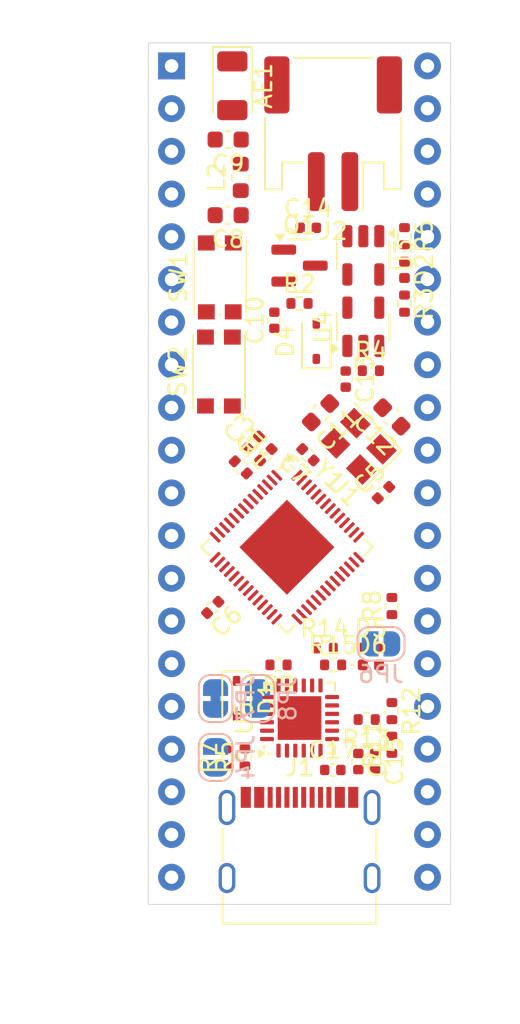
<source format=kicad_pcb>
(kicad_pcb (version 20240108) (generator "pcbnew") (generator_version "8.0")
  (layers (0 "F.Cu" signal) (31 "B.Cu" signal) (34 "B.Paste" user) (35 "F.Paste" user) (36 "B.SilkS" user "B.Silkscreen") (37 "F.SilkS" user "F.Silkscreen") (38 "B.Mask" user) (39 "F.Mask" user) (44 "Edge.Cuts" user))
  (net 0 "")
  (net 1 "Net-(AE1-PCB_Trace)")
  (net 3 "GND")
  (net 4 "Net-(D4-K)")
  (net 5 "+3V3")
  (net 6 "+5V")
  (net 7 "Net-(U1-LNA_IN)")
  (net 8 "Net-(U1-CHIP_PU)")
  (net 9 "Net-(D1-A)")
  (net 10 "+BATT")
  (net 11 "Net-(U5-VDD)")
  (net 12 "Net-(D2-K)")
  (net 13 "Net-(D5-K)")
  (net 14 "Net-(D6-K)")
  (net 15 "Net-(J1-CC2)")
  (net 16 "D-")
  (net 18 "Net-(J1-CC1)")
  (net 19 "D+")
  (net 21 "PD4")
  (net 22 "Net-(JP4-B)")
  (net 23 "Net-(JP6-B)")
  (net 24 "PD7")
  (net 25 "UART_RX")
  (net 26 "Net-(JP7-A)")
  (net 27 "UART_TX")
  (net 28 "Net-(JP8-A)")
  (net 29 "Net-(U3-PROG)")
  (net 30 "Net-(U4-EN)")
  (net 31 "Net-(U1-U0TXD)")
  (net 32 "Net-(U5-VBUS)")
  (net 33 "Net-(U5-~{RST})")
  (net 34 "Net-(U5-~{TXT}{slash}GPIO.0)")
  (net 35 "Net-(U5-~{RXT}{slash}GPIO.1)")
  (net 36 "PA2")
  (net 38 "PB2")
  (net 39 "PC1")
  (net 40 "PA5")
  (net 43 "PC7")
  (net 44 "PA1")
  (net 45 "PD6")
  (net 46 "PA4")
  (net 47 "PD5")
  (net 48 "PB5")
  (net 49 "PB1")
  (net 50 "PA6")
  (net 51 "PB6")
  (net 52 "PC4")
  (net 53 "PA7")
  (net 55 "PB0")
  (net 58 "PC5")
  (net 59 "PC0")
  (net 61 "PD3_N")
  (net 62 "PC2")
  (net 64 "PD1")
  (net 65 "PD0")
  (net 66 "PC6")
  (net 69 "PD2_P")
  (net 70 "PA0")
  (net 72 "PB3")
  (net 73 "PB4")
  (net 74 "PC3")
  (net 75 "PA3")
  (net 77 "PB7")
  (net 92 "Net-(U1-XTAL_P)")
  (net 93 "Net-(U1-XTAL_N)")
  (net 97 "Net-(U3-STAT)")
  (footprint "Resistor_SMD:R_0402_1005Metric" (layer "F.Cu") (at 85.5 86)
    (property "Reference" "R14" (at 0 -1.17 0) (layer "F.SilkS"))
    (property "Value" "10K")
    (pad "1" smd roundrect (at -0.51 0) (size 0.54 0.64) (layers "F.Cu" "F.Paste" "F.Mask") (net 34 "Net-(U5-~{TXT}{slash}GPIO.0)"))
    (pad "2" smd roundrect (at 0.51 0) (size 0.54 0.64) (layers "F.Cu" "F.Paste" "F.Mask") (net 13 "Net-(D5-K)"))
  )
  (footprint "Capacitor_SMD:C_0402_1005Metric" (layer "F.Cu") (at 89 76.75 45)
    (property "Reference" "C5" (at 0 -1.16 45) (layer "F.SilkS"))
    (property "Value" "0.1uF")
    (pad "1" smd roundrect (at -0.48 0 45) (size 0.56 0.62) (layers "F.Cu" "F.Paste" "F.Mask") (net 5 "+3V3"))
    (pad "2" smd roundrect (at 0.48 0 45) (size 0.56 0.62) (layers "F.Cu" "F.Paste" "F.Mask") (net 3 "GND"))
  )
  (footprint "Resistor_SMD:R_0402_1005Metric" (layer "F.Cu") (at 88.25 69.5)
    (property "Reference" "R4" (at 0 -1.17 0) (layer "F.SilkS"))
    (property "Value" "100K")
    (pad "1" smd roundrect (at -0.51 0) (size 0.54 0.64) (layers "F.Cu" "F.Paste" "F.Mask") (net 4 "Net-(D4-K)"))
    (pad "2" smd roundrect (at 0.51 0) (size 0.54 0.64) (layers "F.Cu" "F.Paste" "F.Mask") (net 30 "Net-(U4-EN)"))
  )
  (footprint "Capacitor_SMD:C_0603_1608Metric" (layer "F.Cu") (at 79.75 55.75 180)
    (property "Reference" "C9" (at 0 -1.43 0) (layer "F.SilkS"))
    (property "Value" "1.2pF")
    (pad "1" smd roundrect (at -0.775 0 180) (size 0.9 0.95) (layers "F.Cu" "F.Paste" "F.Mask") (net 1 "Net-(AE1-PCB_Trace)"))
    (pad "2" smd roundrect (at 0.775 0 180) (size 0.9 0.95) (layers "F.Cu" "F.Paste" "F.Mask") (net 3 "GND"))
  )
  (footprint "Capacitor_SMD:C_0402_1005Metric" (layer "F.Cu") (at 82 74.5 45)
    (property "Reference" "C1" (at 0 -1.16 45) (layer "F.SilkS"))
    (property "Value" "0.1uF")
    (pad "1" smd roundrect (at -0.48 0 45) (size 0.56 0.62) (layers "F.Cu" "F.Paste" "F.Mask") (net 5 "+3V3"))
    (pad "2" smd roundrect (at 0.48 0 45) (size 0.56 0.62) (layers "F.Cu" "F.Paste" "F.Mask") (net 3 "GND"))
  )
  (footprint "Capacitor_SMD:C_0402_1005Metric" (layer "F.Cu") (at 81.25 73.75 45)
    (property "Reference" "C3" (at 0 -1.16 45) (layer "F.SilkS"))
    (property "Value" "10uF")
    (pad "1" smd roundrect (at -0.48 0 45) (size 0.56 0.62) (layers "F.Cu" "F.Paste" "F.Mask") (net 5 "+3V3"))
    (pad "2" smd roundrect (at 0.48 0 45) (size 0.56 0.62) (layers "F.Cu" "F.Paste" "F.Mask") (net 3 "GND"))
  )
  (footprint "Button_Switch_SMD:SW_Push_1P1T_NO_CK_KMR2" (layer "F.Cu") (at 79.25 63.95 90)
    (property "Reference" "SW1" (at 0 -2.45 90) (layer "F.SilkS"))
    (property "Value" "SW_Push")
    (pad "1" smd rect (at -2.05 -0.8 90) (size 0.9 1) (layers "F.Cu" "F.Paste" "F.Mask") (net 3 "GND"))
    (pad "1" smd rect (at 2.05 -0.8 90) (size 0.9 1) (layers "F.Cu" "F.Paste" "F.Mask") (net 3 "GND"))
    (pad "2" smd rect (at -2.05 0.8 90) (size 0.9 1) (layers "F.Cu" "F.Paste" "F.Mask") (net 8 "Net-(U1-CHIP_PU)"))
    (pad "2" smd rect (at 2.05 0.8 90) (size 0.9 1) (layers "F.Cu" "F.Paste" "F.Mask") (net 8 "Net-(U1-CHIP_PU)"))
  )
  (footprint "Package_TO_SOT_SMD:SOT-23-5" (layer "F.Cu") (at 87.8 66.8875 90)
    (property "Reference" "U4" (at 0 -2.4 90) (layer "F.SilkS"))
    (property "Value" "AP2112K-3.3")
    (pad "1" smd roundrect (at -1.1375 -0.95 90) (size 1.325 0.6) (layers "F.Cu" "F.Paste" "F.Mask") (net 4 "Net-(D4-K)"))
    (pad "2" smd roundrect (at -1.1375 0 90) (size 1.325 0.6) (layers "F.Cu" "F.Paste" "F.Mask") (net 3 "GND"))
    (pad "3" smd roundrect (at -1.1375 0.95 90) (size 1.325 0.6) (layers "F.Cu" "F.Paste" "F.Mask") (net 30 "Net-(U4-EN)"))
    (pad "4" smd roundrect (at 1.1375 0.95 90) (size 1.325 0.6) (layers "F.Cu" "F.Paste" "F.Mask"))
    (pad "5" smd roundrect (at 1.1375 -0.95 90) (size 1.325 0.6) (layers "F.Cu" "F.Paste" "F.Mask") (net 5 "+3V3"))
  )
  (footprint "Package_TO_SOT_SMD:SOT-23-5" (layer "F.Cu") (at 87.8 62.6375 -90)
    (property "Reference" "U3" (at 0 -2.4 90) (layer "F.SilkS"))
    (property "Value" "MCP73831-2-OT")
    (pad "1" smd roundrect (at -1.1375 -0.95 270) (size 1.325 0.6) (layers "F.Cu" "F.Paste" "F.Mask") (net 97 "Net-(U3-STAT)"))
    (pad "2" smd roundrect (at -1.1375 0 270) (size 1.325 0.6) (layers "F.Cu" "F.Paste" "F.Mask") (net 3 "GND"))
    (pad "3" smd roundrect (at -1.1375 0.95 270) (size 1.325 0.6) (layers "F.Cu" "F.Paste" "F.Mask") (net 10 "+BATT"))
    (pad "4" smd roundrect (at 1.1375 0.95 270) (size 1.325 0.6) (layers "F.Cu" "F.Paste" "F.Mask") (net 6 "+5V"))
    (pad "5" smd roundrect (at 1.1375 -0.95 270) (size 1.325 0.6) (layers "F.Cu" "F.Paste" "F.Mask") (net 29 "Net-(U3-PROG)"))
  )
  (footprint "Resistor_SMD:R_0402_1005Metric" (layer "F.Cu") (at 80.5 75.25 -45)
    (property "Reference" "R1" (at 0 -1.17 135) (layer "F.SilkS"))
    (property "Value" "10K")
    (pad "1" smd roundrect (at -0.509999 0 315) (size 0.54 0.64) (layers "F.Cu" "F.Paste" "F.Mask") (net 5 "+3V3"))
    (pad "2" smd roundrect (at 0.509999 0 315) (size 0.54 0.64) (layers "F.Cu" "F.Paste" "F.Mask") (net 8 "Net-(U1-CHIP_PU)"))
  )
  (footprint "Capacitor_SMD:C_0402_1005Metric" (layer "F.Cu") (at 84.5 74.5 135)
    (property "Reference" "C7" (at 0 -1.16 135) (layer "F.SilkS"))
    (property "Value" "0.1uF")
    (pad "1" smd roundrect (at -0.48 0 135) (size 0.56 0.62) (layers "F.Cu" "F.Paste" "F.Mask") (net 5 "+3V3"))
    (pad "2" smd roundrect (at 0.48 0 135) (size 0.56 0.62) (layers "F.Cu" "F.Paste" "F.Mask") (net 3 "GND"))
  )
  (footprint "LED_SMD:LED_0402_1005Metric" (layer "F.Cu") (at 88.25 87)
    (property "Reference" "D6" (at 0 -1.17 0) (layer "F.SilkS"))
    (property "Value" "LED_Small")
    (pad "1" smd roundrect (at -0.485 0) (size 0.59 0.64) (layers "F.Cu" "F.Paste" "F.Mask") (net 14 "Net-(D6-K)"))
    (pad "2" smd roundrect (at 0.485 0) (size 0.59 0.64) (layers "F.Cu" "F.Paste" "F.Mask") (net 3 "GND"))
  )
  (footprint "Button_Switch_SMD:SW_Push_1P1T_NO_CK_KMR2" (layer "F.Cu") (at 79.2 69.55 90)
    (property "Reference" "SW2" (at 0 -2.45 90) (layer "F.SilkS"))
    (property "Value" "SW_Push")
    (pad "1" smd rect (at -2.05 -0.8 90) (size 0.9 1) (layers "F.Cu" "F.Paste" "F.Mask") (net 3 "GND"))
    (pad "1" smd rect (at 2.05 -0.8 90) (size 0.9 1) (layers "F.Cu" "F.Paste" "F.Mask") (net 3 "GND"))
    (pad "2" smd rect (at -2.05 0.8 90) (size 0.9 1) (layers "F.Cu" "F.Paste" "F.Mask") (net 22 "Net-(JP4-B)"))
    (pad "2" smd rect (at 2.05 0.8 90) (size 0.9 1) (layers "F.Cu" "F.Paste" "F.Mask") (net 22 "Net-(JP4-B)"))
  )
  (footprint "Resistor_SMD:R_0402_1005Metric" (layer "F.Cu") (at 89.5 89.75 -90)
    (property "Reference" "R12" (at 0 -1.17 90) (layer "F.SilkS"))
    (property "Value" "47K")
    (pad "1" smd roundrect (at -0.51 0 270) (size 0.54 0.64) (layers "F.Cu" "F.Paste" "F.Mask") (net 3 "GND"))
    (pad "2" smd roundrect (at 0.51 0 270) (size 0.54 0.64) (layers "F.Cu" "F.Paste" "F.Mask") (net 32 "Net-(U5-VBUS)"))
  )
  (footprint "Resistor_SMD:R_0402_1005Metric" (layer "F.Cu") (at 89.5 91.75 90)
    (property "Reference" "R11" (at 0 -1.17 90) (layer "F.SilkS"))
    (property "Value" "20K")
    (pad "1" smd roundrect (at -0.51 0 90) (size 0.54 0.64) (layers "F.Cu" "F.Paste" "F.Mask") (net 6 "+5V"))
    (pad "2" smd roundrect (at 0.51 0 90) (size 0.54 0.64) (layers "F.Cu" "F.Paste" "F.Mask") (net 32 "Net-(U5-VBUS)"))
  )
  (footprint "Diode_SMD:D_SOD-323" (layer "F.Cu") (at 80.25 89 -90)
    (property "Reference" "D1" (at 0 -1.85 90) (layer "F.SilkS"))
    (property "Value" "NSR0320")
    (pad "1" smd roundrect (at -1.05 0 270) (size 0.6 0.45) (layers "F.Cu" "F.Paste" "F.Mask") (net 6 "+5V"))
    (pad "2" smd roundrect (at 1.05 0 270) (size 0.6 0.45) (layers "F.Cu" "F.Paste" "F.Mask") (net 9 "Net-(D1-A)"))
  )
  (footprint "Resistor_SMD:R_0402_1005Metric" (layer "F.Cu") (at 89.5 83.5 90)
    (property "Reference" "R8" (at 0 -1.17 90) (layer "F.SilkS"))
    (property "Value" "100K")
    (pad "1" smd roundrect (at -0.51 0 90) (size 0.54 0.64) (layers "F.Cu" "F.Paste" "F.Mask") (net 23 "Net-(JP6-B)"))
    (pad "2" smd roundrect (at 0.51 0 90) (size 0.54 0.64) (layers "F.Cu" "F.Paste" "F.Mask") (net 3 "GND"))
  )
  (footprint "Package_DFN_QFN:QFN-24-1EP_4x4mm_P0.5mm_EP2.6x2.6mm" (layer "F.Cu") (at 84 90.1625 90)
    (property "Reference" "U5" (at 0 -3.3 90) (layer "F.SilkS"))
    (property "Value" "CP2102N-Axx-xQFN24")
    (pad "1" smd roundrect (at -1.9375 -1.25 90) (size 0.825 0.25) (layers "F.Cu" "F.Paste" "F.Mask"))
    (pad "2" smd roundrect (at -1.9375 -0.75 90) (size 0.825 0.25) (layers "F.Cu" "F.Paste" "F.Mask") (net 3 "GND"))
    (pad "3" smd roundrect (at -1.9375 -0.25 90) (size 0.825 0.25) (layers "F.Cu" "F.Paste" "F.Mask") (net 19 "D+"))
    (pad "4" smd roundrect (at -1.9375 0.25 90) (size 0.825 0.25) (layers "F.Cu" "F.Paste" "F.Mask") (net 16 "D-"))
    (pad "5" smd roundrect (at -1.9375 0.75 90) (size 0.825 0.25) (layers "F.Cu" "F.Paste" "F.Mask") (net 11 "Net-(U5-VDD)"))
    (pad "6" smd roundrect (at -1.9375 1.25 90) (size 0.825 0.25) (layers "F.Cu" "F.Paste" "F.Mask") (net 11 "Net-(U5-VDD)"))
    (pad "7" smd roundrect (at -1.25 1.9375 90) (size 0.25 0.825) (layers "F.Cu" "F.Paste" "F.Mask") (net 6 "+5V"))
    (pad "8" smd roundrect (at -0.75 1.9375 90) (size 0.25 0.825) (layers "F.Cu" "F.Paste" "F.Mask") (net 32 "Net-(U5-VBUS)"))
    (pad "9" smd roundrect (at -0.25 1.9375 90) (size 0.25 0.825) (layers "F.Cu" "F.Paste" "F.Mask") (net 33 "Net-(U5-~{RST})"))
    (pad "10" smd roundrect (at 0.25 1.9375 90) (size 0.25 0.825) (layers "F.Cu" "F.Paste" "F.Mask"))
    (pad "11" smd roundrect (at 0.75 1.9375 90) (size 0.25 0.825) (layers "F.Cu" "F.Paste" "F.Mask"))
    (pad "12" smd roundrect (at 1.25 1.9375 90) (size 0.25 0.825) (layers "F.Cu" "F.Paste" "F.Mask"))
    (pad "13" smd roundrect (at 1.9375 1.25 90) (size 0.825 0.25) (layers "F.Cu" "F.Paste" "F.Mask") (net 35 "Net-(U5-~{RXT}{slash}GPIO.1)"))
    (pad "14" smd roundrect (at 1.9375 0.75 90) (size 0.825 0.25) (layers "F.Cu" "F.Paste" "F.Mask") (net 34 "Net-(U5-~{TXT}{slash}GPIO.0)"))
    (pad "15" smd roundrect (at 1.9375 0.25 90) (size 0.825 0.25) (layers "F.Cu" "F.Paste" "F.Mask"))
    (pad "16" smd roundrect (at 1.9375 -0.25 90) (size 0.825 0.25) (layers "F.Cu" "F.Paste" "F.Mask"))
    (pad "17" smd roundrect (at 1.9375 -0.75 90) (size 0.825 0.25) (layers "F.Cu" "F.Paste" "F.Mask"))
    (pad "18" smd roundrect (at 1.9375 -1.25 90) (size 0.825 0.25) (layers "F.Cu" "F.Paste" "F.Mask"))
    (pad "19" smd roundrect (at 1.25 -1.9375 90) (size 0.25 0.825) (layers "F.Cu" "F.Paste" "F.Mask"))
    (pad "20" smd roundrect (at 0.75 -1.9375 90) (size 0.25 0.825) (layers "F.Cu" "F.Paste" "F.Mask") (net 28 "Net-(JP8-A)"))
    (pad "21" smd roundrect (at 0.25 -1.9375 90) (size 0.25 0.825) (layers "F.Cu" "F.Paste" "F.Mask") (net 26 "Net-(JP7-A)"))
    (pad "22" smd roundrect (at -0.25 -1.9375 90) (size 0.25 0.825) (layers "F.Cu" "F.Paste" "F.Mask"))
    (pad "23" smd roundrect (at -0.75 -1.9375 90) (size 0.25 0.825) (layers "F.Cu" "F.Paste" "F.Mask"))
    (pad "24" smd roundrect (at -1.25 -1.9375 90) (size 0.25 0.825) (layers "F.Cu" "F.Paste" "F.Mask"))
    (pad "25" smd rect (at 0 0 90) (size 2.6 2.6) (property pad_prop_heatsink) (layers "F.Cu" "F.Mask") (net 3 "GND"))
  )
  (footprint "Resistor_SMD:R_0402_1005Metric" (layer "F.Cu") (at 84 65.5)
    (property "Reference" "R2" (at 0 -1.17 0) (layer "F.SilkS"))
    (property "Value" "100K")
    (pad "1" smd roundrect (at -0.51 0) (size 0.54 0.64) (layers "F.Cu" "F.Paste" "F.Mask") (net 3 "GND"))
    (pad "2" smd roundrect (at 0.51 0) (size 0.54 0.64) (layers "F.Cu" "F.Paste" "F.Mask") (net 6 "+5V"))
  )
  (footprint "Diode_SMD:D_SOD-323" (layer "F.Cu") (at 85 67.75 90)
    (property "Reference" "D4" (at 0 -1.85 90) (layer "F.SilkS"))
    (property "Value" "NSR0320")
    (pad "1" smd roundrect (at -1.05 0 90) (size 0.6 0.45) (layers "F.Cu" "F.Paste" "F.Mask") (net 4 "Net-(D4-K)"))
    (pad "2" smd roundrect (at 1.05 0 90) (size 0.6 0.45) (layers "F.Cu" "F.Paste" "F.Mask") (net 6 "+5V"))
  )
  (footprint "Resistor_SMD:R_0402_1005Metric" (layer "F.Cu") (at 80.75 92.5 90)
    (property "Reference" "R5" (at 0 -1.17 90) (layer "F.SilkS"))
    (property "Value" "5.1K")
    (pad "1" smd roundrect (at -0.51 0 90) (size 0.54 0.64) (layers "F.Cu" "F.Paste" "F.Mask") (net 18 "Net-(J1-CC1)"))
    (pad "2" smd roundrect (at 0.51 0 90) (size 0.54 0.64) (layers "F.Cu" "F.Paste" "F.Mask") (net 3 "GND"))
  )
  (footprint "Resistor_SMD:R_0402_1005Metric" (layer "F.Cu") (at 90.25 65.51 -90)
    (property "Reference" "R3" (at 0 -1.17 90) (layer "F.SilkS"))
    (property "Value" "10K")
    (pad "1" smd roundrect (at -0.51 0 270) (size 0.54 0.64) (layers "F.Cu" "F.Paste" "F.Mask") (net 29 "Net-(U3-PROG)"))
    (pad "2" smd roundrect (at 0.51 0 270) (size 0.54 0.64) (layers "F.Cu" "F.Paste" "F.Mask") (net 3 "GND"))
  )
  (footprint "Resistor_SMD:R_0402_1005Metric" (layer "F.Cu") (at 79.75 92.5 90)
    (property "Reference" "R7" (at 0 -1.17 90) (layer "F.SilkS"))
    (property "Value" "5.1K")
    (pad "1" smd roundrect (at -0.51 0 90) (size 0.54 0.64) (layers "F.Cu" "F.Paste" "F.Mask") (net 15 "Net-(J1-CC2)"))
    (pad "2" smd roundrect (at 0.51 0 90) (size 0.54 0.64) (layers "F.Cu" "F.Paste" "F.Mask") (net 3 "GND"))
  )
  (footprint "LED_SMD:LED_0402_1005Metric" (layer "F.Cu") (at 88.25 86)
    (property "Reference" "D5" (at 0 -1.17 0) (layer "F.SilkS"))
    (property "Value" "LED_Small")
    (pad "1" smd roundrect (at -0.485 0) (size 0.59 0.64) (layers "F.Cu" "F.Paste" "F.Mask") (net 13 "Net-(D5-K)"))
    (pad "2" smd roundrect (at 0.485 0) (size 0.59 0.64) (layers "F.Cu" "F.Paste" "F.Mask") (net 3 "GND"))
  )
  (footprint "Package_DIP:DIP-40_W15.24mm" (layer "F.Cu") (at 76.38 51.37)
    (property "Reference" "U2" (hide yes))
    (property "Value" "ATmega32A-P")
    (pad "1" thru_hole rect (at 0 0) (size 1.6 1.6) (drill 0.8) (layers "*.Cu" "*.Mask") (net 55 "PB0"))
    (pad "2" thru_hole oval (at 0 2.54) (size 1.6 1.6) (drill 0.8) (layers "*.Cu" "*.Mask") (net 49 "PB1"))
    (pad "3" thru_hole oval (at 0 5.08) (size 1.6 1.6) (drill 0.8) (layers "*.Cu" "*.Mask") (net 38 "PB2"))
    (pad "4" thru_hole oval (at 0 7.62) (size 1.6 1.6) (drill 0.8) (layers "*.Cu" "*.Mask") (net 72 "PB3"))
    (pad "5" thru_hole oval (at 0 10.16) (size 1.6 1.6) (drill 0.8) (layers "*.Cu" "*.Mask") (net 73 "PB4"))
    (pad "6" thru_hole oval (at 0 12.7) (size 1.6 1.6) (drill 0.8) (layers "*.Cu" "*.Mask") (net 48 "PB5"))
    (pad "7" thru_hole oval (at 0 15.24) (size 1.6 1.6) (drill 0.8) (layers "*.Cu" "*.Mask") (net 51 "PB6"))
    (pad "8" thru_hole oval (at 0 17.78) (size 1.6 1.6) (drill 0.8) (layers "*.Cu" "*.Mask") (net 77 "PB7"))
    (pad "9" thru_hole oval (at 0 20.32) (size 1.6 1.6) (drill 0.8) (layers "*.Cu" "*.Mask"))
    (pad "10" thru_hole oval (at 0 22.86) (size 1.6 1.6) (drill 0.8) (layers "*.Cu" "*.Mask") (net 6 "+5V"))
    (pad "11" thru_hole oval (at 0 25.4) (size 1.6 1.6) (drill 0.8) (layers "*.Cu" "*.Mask") (net 3 "GND"))
    (pad "12" thru_hole oval (at 0 27.94) (size 1.6 1.6) (drill 0.8) (layers "*.Cu" "*.Mask"))
    (pad "13" thru_hole oval (at 0 30.48) (size 1.6 1.6) (drill 0.8) (layers "*.Cu" "*.Mask"))
    (pad "14" thru_hole oval (at 0 33.02) (size 1.6 1.6) (drill 0.8) (layers "*.Cu" "*.Mask") (net 65 "PD0"))
    (pad "15" thru_hole oval (at 0 35.56) (size 1.6 1.6) (drill 0.8) (layers "*.Cu" "*.Mask") (net 64 "PD1"))
    (pad "16" thru_hole oval (at 0 38.1) (size 1.6 1.6) (drill 0.8) (layers "*.Cu" "*.Mask") (net 69 "PD2_P"))
    (pad "17" thru_hole oval (at 0 40.64) (size 1.6 1.6) (drill 0.8) (layers "*.Cu" "*.Mask") (net 61 "PD3_N"))
    (pad "18" thru_hole oval (at 0 43.18) (size 1.6 1.6) (drill 0.8) (layers "*.Cu" "*.Mask") (net 21 "PD4"))
    (pad "19" thru_hole oval (at 0 45.72) (size 1.6 1.6) (drill 0.8) (layers "*.Cu" "*.Mask") (net 47 "PD5"))
    (pad "20" thru_hole oval (at 0 48.26) (size 1.6 1.6) (drill 0.8) (layers "*.Cu" "*.Mask") (net 45 "PD6"))
    (pad "21" thru_hole oval (at 15.24 48.26) (size 1.6 1.6) (drill 0.8) (layers "*.Cu" "*.Mask") (net 24 "PD7"))
    (pad "22" thru_hole oval (at 15.24 45.72) (size 1.6 1.6) (drill 0.8) (layers "*.Cu" "*.Mask") (net 59 "PC0"))
    (pad "23" thru_hole oval (at 15.24 43.18) (size 1.6 1.6) (drill 0.8) (layers "*.Cu" "*.Mask") (net 39 "PC1"))
    (pad "24" thru_hole oval (at 15.24 40.64) (size 1.6 1.6) (drill 0.8) (layers "*.Cu" "*.Mask") (net 62 "PC2"))
    (pad "25" thru_hole oval (at 15.24 38.1) (size 1.6 1.6) (drill 0.8) (layers "*.Cu" "*.Mask") (net 74 "PC3"))
    (pad "26" thru_hole oval (at 15.24 35.56) (size 1.6 1.6) (drill 0.8) (layers "*.Cu" "*.Mask") (net 52 "PC4"))
    (pad "27" thru_hole oval (at 15.24 33.02) (size 1.6 1.6) (drill 0.8) (layers "*.Cu" "*.Mask") (net 58 "PC5"))
    (pad "28" thru_hole oval (at 15.24 30.48) (size 1.6 1.6) (drill 0.8) (layers "*.Cu" "*.Mask") (net 66 "PC6"))
    (pad "29" thru_hole oval (at 15.24 27.94) (size 1.6 1.6) (drill 0.8) (layers "*.Cu" "*.Mask") (net 43 "PC7"))
    (pad "30" thru_hole oval (at 15.24 25.4) (size 1.6 1.6) (drill 0.8) (layers "*.Cu" "*.Mask") (net 6 "+5V"))
    (pad "31" thru_hole oval (at 15.24 22.86) (size 1.6 1.6) (drill 0.8) (layers "*.Cu" "*.Mask") (net 3 "GND"))
    (pad "32" thru_hole oval (at 15.24 20.32) (size 1.6 1.6) (drill 0.8) (layers "*.Cu" "*.Mask"))
    (pad "33" thru_hole oval (at 15.24 17.78) (size 1.6 1.6) (drill 0.8) (layers "*.Cu" "*.Mask") (net 53 "PA7"))
    (pad "34" thru_hole oval (at 15.24 15.24) (size 1.6 1.6) (drill 0.8) (layers "*.Cu" "*.Mask") (net 50 "PA6"))
    (pad "35" thru_hole oval (at 15.24 12.7) (size 1.6 1.6) (drill 0.8) (layers "*.Cu" "*.Mask") (net 40 "PA5"))
    (pad "36" thru_hole oval (at 15.24 10.16) (size 1.6 1.6) (drill 0.8) (layers "*.Cu" "*.Mask") (net 46 "PA4"))
    (pad "37" thru_hole oval (at 15.24 7.62) (size 1.6 1.6) (drill 0.8) (layers "*.Cu" "*.Mask") (net 75 "PA3"))
    (pad "38" thru_hole oval (at 15.24 5.08) (size 1.6 1.6) (drill 0.8) (layers "*.Cu" "*.Mask") (net 36 "PA2"))
    (pad "39" thru_hole oval (at 15.24 2.54) (size 1.6 1.6) (drill 0.8) (layers "*.Cu" "*.Mask") (net 44 "PA1"))
    (pad "40" thru_hole oval (at 15.24 0) (size 1.6 1.6) (drill 0.8) (layers "*.Cu" "*.Mask") (net 70 "PA0"))
  )
  (footprint "Connector_JST:JST_PH_S2B-PH-SM4-TB_1x02-1MP_P2.00mm_Horizontal" (layer "F.Cu") (at 86 55.4 180)
    (property "Reference" "J2" (at 0 -5.8 0) (layer "F.SilkS"))
    (property "Value" "JST PH")
    (pad "1" smd roundrect (at -1 -2.85 180) (size 1 3.5) (layers "F.Cu" "F.Paste" "F.Mask") (net 10 "+BATT"))
    (pad "2" smd roundrect (at 1 -2.85 180) (size 1 3.5) (layers "F.Cu" "F.Paste" "F.Mask") (net 3 "GND"))
    (pad "MP" smd roundrect (at -3.35 2.9 180) (size 1.5 3.4) (layers "F.Cu" "F.Paste" "F.Mask") (roundrect_rratio 0.166667))
    (pad "MP" smd roundrect (at 3.35 2.9 180) (size 1.5 3.4) (layers "F.Cu" "F.Paste" "F.Mask") (roundrect_rratio 0.166667))
  )
  (footprint "RF_Antenna:Johanson_2450AT18x100" (layer "F.Cu") (at 80 52.55 -90)
    (property "Reference" "AE1" (at 0 -1.85 90) (layer "F.SilkS"))
    (property "Value" "Antenna_Chip")
    (pad "1" smd roundrect (at -1.45 0 270) (size 1.2 1.8) (layers "F.Cu" "F.Paste" "F.Mask") (roundrect_rratio 0.208333))
    (pad "2" smd roundrect (at 1.45 0 270) (size 1.2 1.8) (layers "F.Cu" "F.Paste" "F.Mask") (roundrect_rratio 0.208333) (net 1 "Net-(AE1-PCB_Trace)"))
  )
  (footprint "Inductor_SMD:L_0603_1608Metric" (layer "F.Cu") (at 80.5 58 90)
    (property "Reference" "L2" (at 0 -1.43 90) (layer "F.SilkS"))
    (property "Value" "2.7nH")
    (pad "1" smd roundrect (at -0.7875 0 90) (size 0.875 0.95) (layers "F.Cu" "F.Paste" "F.Mask") (net 7 "Net-(U1-LNA_IN)"))
    (pad "2" smd roundrect (at 0.7875 0 90) (size 0.875 0.95) (layers "F.Cu" "F.Paste" "F.Mask") (net 1 "Net-(AE1-PCB_Trace)"))
  )
  (footprint "LED_SMD:LED_0402_1005Metric" (layer "F.Cu") (at 90.25 63.5 -90)
    (property "Reference" "D2" (at 0 -1.17 90) (layer "F.SilkS"))
    (property "Value" "LED_Small")
    (pad "1" smd roundrect (at -0.485 0 270) (size 0.59 0.64) (layers "F.Cu" "F.Paste" "F.Mask") (net 12 "Net-(D2-K)"))
    (pad "2" smd roundrect (at 0.485 0 270) (size 0.59 0.64) (layers "F.Cu" "F.Paste" "F.Mask") (net 3 "GND"))
  )
  (footprint "Capacitor_SMD:C_0402_1005Metric" (layer "F.Cu") (at 82.5 66.5 90)
    (property "Reference" "C10" (at 0 -1.16 90) (layer "F.SilkS"))
    (property "Value" "0.1uF")
    (pad "1" smd roundrect (at -0.48 0 90) (size 0.56 0.62) (layers "F.Cu" "F.Paste" "F.Mask") (net 8 "Net-(U1-CHIP_PU)"))
    (pad "2" smd roundrect (at 0.48 0 90) (size 0.56 0.62) (layers "F.Cu" "F.Paste" "F.Mask") (net 3 "GND"))
  )
  (footprint "Resistor_SMD:R_0402_1005Metric" (layer "F.Cu") (at 88 90.25 180)
    (property "Reference" "R13" (at 0 -1.17 0) (layer "F.SilkS"))
    (property "Value" "10K")
    (pad "1" smd roundrect (at -0.51 0 180) (size 0.54 0.64) (layers "F.Cu" "F.Paste" "F.Mask") (net 11 "Net-(U5-VDD)"))
    (pad "2" smd roundrect (at 0.51 0 180) (size 0.54 0.64) (layers "F.Cu" "F.Paste" "F.Mask") (net 33 "Net-(U5-~{RST})"))
  )
  (footprint "Capacitor_SMD:C_0402_1005Metric" (layer "F.Cu") (at 85.98 93.25)
    (property "Reference" "C17" (at 0 -1.16 0) (layer "F.SilkS"))
    (property "Value" "10uF")
    (pad "1" smd roundrect (at -0.48 0) (size 0.56 0.62) (layers "F.Cu" "F.Paste" "F.Mask") (net 11 "Net-(U5-VDD)"))
    (pad "2" smd roundrect (at 0.48 0) (size 0.56 0.62) (layers "F.Cu" "F.Paste" "F.Mask") (net 3 "GND"))
  )
  (footprint "Resistor_SMD:R_0402_1005Metric" (layer "F.Cu") (at 82.75 87 180)
    (property "Reference" "R9" (at 0 -1.17 0) (layer "F.SilkS"))
    (property "Value" "499")
    (pad "1" smd roundrect (at -0.51 0 180) (size 0.54 0.64) (layers "F.Cu" "F.Paste" "F.Mask") (net 31 "Net-(U1-U0TXD)"))
    (pad "2" smd roundrect (at 0.51 0 180) (size 0.54 0.64) (layers "F.Cu" "F.Paste" "F.Mask") (net 27 "UART_TX"))
  )
  (footprint "Resistor_SMD:R_0402_1005Metric" (layer "F.Cu") (at 90.25 61.5 -90)
    (property "Reference" "R6" (at 0 -1.17 90) (layer "F.SilkS"))
    (property "Value" "10K")
    (pad "1" smd roundrect (at -0.51 0 270) (size 0.54 0.64) (layers "F.Cu" "F.Paste" "F.Mask") (net 97 "Net-(U3-STAT)"))
    (pad "2" smd roundrect (at 0.51 0 270) (size 0.54 0.64) (layers "F.Cu" "F.Paste" "F.Mask") (net 12 "Net-(D2-K)"))
  )
  (footprint "Package_DFN_QFN:QFN-56-1EP_7x7mm_P0.4mm_EP4x4mm" (layer "F.Cu") (at 83.25 80 -45)
    (property "Reference" "U1" (at 0 -4.800001 135) (layer "F.SilkS"))
    (property "Value" "ESP32-S3")
    (pad "1" smd roundrect (at -3.45 -2.6 315) (size 0.8 0.2) (layers "F.Cu" "F.Paste" "F.Mask") (net 7 "Net-(U1-LNA_IN)"))
    (pad "2" smd roundrect (at -3.449999 -2.2 315) (size 0.8 0.2) (layers "F.Cu" "F.Paste" "F.Mask") (net 5 "+3V3"))
    (pad "3" smd roundrect (at -3.45 -1.8 315) (size 0.8 0.2) (layers "F.Cu" "F.Paste" "F.Mask") (net 5 "+3V3"))
    (pad "4" smd roundrect (at -3.45 -1.4 315) (size 0.8 0.2) (layers "F.Cu" "F.Paste" "F.Mask") (net 8 "Net-(U1-CHIP_PU)"))
    (pad "5" smd roundrect (at -3.45 -1 315) (size 0.8 0.2) (layers "F.Cu" "F.Paste" "F.Mask") (net 22 "Net-(JP4-B)"))
    (pad "6" smd roundrect (at -3.449999 -0.6 315) (size 0.8 0.2) (layers "F.Cu" "F.Paste" "F.Mask") (net 55 "PB0"))
    (pad "7" smd roundrect (at -3.45 -0.2 315) (size 0.8 0.2) (layers "F.Cu" "F.Paste" "F.Mask") (net 49 "PB1"))
    (pad "8" smd roundrect (at -3.45 0.2 315) (size 0.8 0.2) (layers "F.Cu" "F.Paste" "F.Mask") (net 38 "PB2"))
    (pad "9" smd roundrect (at -3.449999 0.6 315) (size 0.8 0.2) (layers "F.Cu" "F.Paste" "F.Mask") (net 72 "PB3"))
    (pad "10" smd roundrect (at -3.45 1 315) (size 0.8 0.2) (layers "F.Cu" "F.Paste" "F.Mask") (net 73 "PB4"))
    (pad "11" smd roundrect (at -3.45 1.4 315) (size 0.8 0.2) (layers "F.Cu" "F.Paste" "F.Mask") (net 48 "PB5"))
    (pad "12" smd roundrect (at -3.45 1.8 315) (size 0.8 0.2) (layers "F.Cu" "F.Paste" "F.Mask") (net 70 "PA0"))
    (pad "13" smd roundrect (at -3.449999 2.2 315) (size 0.8 0.2) (layers "F.Cu" "F.Paste" "F.Mask") (net 44 "PA1"))
    (pad "14" smd roundrect (at -3.45 2.6 315) (size 0.8 0.2) (layers "F.Cu" "F.Paste" "F.Mask") (net 36 "PA2"))
    (pad "15" smd roundrect (at -2.6 3.45 315) (size 0.2 0.8) (layers "F.Cu" "F.Paste" "F.Mask") (net 75 "PA3"))
    (pad "16" smd roundrect (at -2.2 3.449999 315) (size 0.2 0.8) (layers "F.Cu" "F.Paste" "F.Mask") (net 46 "PA4"))
    (pad "17" smd roundrect (at -1.8 3.45 315) (size 0.2 0.8) (layers "F.Cu" "F.Paste" "F.Mask") (net 40 "PA5"))
    (pad "18" smd roundrect (at -1.4 3.45 315) (size 0.2 0.8) (layers "F.Cu" "F.Paste" "F.Mask") (net 50 "PA6"))
    (pad "19" smd roundrect (at -1 3.45 315) (size 0.2 0.8) (layers "F.Cu" "F.Paste" "F.Mask") (net 53 "PA7"))
    (pad "20" smd roundrect (at -0.6 3.449999 315) (size 0.2 0.8) (layers "F.Cu" "F.Paste" "F.Mask") (net 5 "+3V3"))
    (pad "21" smd roundrect (at -0.2 3.45 315) (size 0.2 0.8) (layers "F.Cu" "F.Paste" "F.Mask") (net 51 "PB6"))
    (pad "22" smd roundrect (at 0.2 3.45 315) (size 0.2 0.8) (layers "F.Cu" "F.Paste" "F.Mask") (net 77 "PB7"))
    (pad "23" smd roundrect (at 0.6 3.449999 315) (size 0.2 0.8) (layers "F.Cu" "F.Paste" "F.Mask") (net 65 "PD0"))
    (pad "24" smd roundrect (at 1 3.45 315) (size 0.2 0.8) (layers "F.Cu" "F.Paste" "F.Mask") (net 64 "PD1"))
    (pad "25" smd roundrect (at 1.4 3.45 315) (size 0.2 0.8) (layers "F.Cu" "F.Paste" "F.Mask") (net 61 "PD3_N"))
    (pad "26" smd roundrect (at 1.8 3.45 315) (size 0.2 0.8) (layers "F.Cu" "F.Paste" "F.Mask") (net 69 "PD2_P"))
    (pad "27" smd roundrect (at 2.2 3.449999 315) (size 0.2 0.8) (layers "F.Cu" "F.Paste" "F.Mask") (net 47 "PD5"))
    (pad "28" smd roundrect (at 2.6 3.45 315) (size 0.2 0.8) (layers "F.Cu" "F.Paste" "F.Mask"))
    (pad "29" smd roundrect (at 3.45 2.6 315) (size 0.8 0.2) (layers "F.Cu" "F.Paste" "F.Mask"))
    (pad "30" smd roundrect (at 3.449999 2.2 315) (size 0.8 0.2) (layers "F.Cu" "F.Paste" "F.Mask"))
    (pad "31" smd roundrect (at 3.45 1.8 315) (size 0.8 0.2) (layers "F.Cu" "F.Paste" "F.Mask"))
    (pad "32" smd roundrect (at 3.45 1.4 315) (size 0.8 0.2) (layers "F.Cu" "F.Paste" "F.Mask"))
    (pad "33" smd roundrect (at 3.45 1 315) (size 0.8 0.2) (layers "F.Cu" "F.Paste" "F.Mask"))
    (pad "34" smd roundrect (at 3.449999 0.6 315) (size 0.8 0.2) (layers "F.Cu" "F.Paste" "F.Mask"))
    (pad "35" smd roundrect (at 3.45 0.2 315) (size 0.8 0.2) (layers "F.Cu" "F.Paste" "F.Mask"))
    (pad "36" smd roundrect (at 3.45 -0.2 315) (size 0.8 0.2) (layers "F.Cu" "F.Paste" "F.Mask") (net 59 "PC0"))
    (pad "37" smd roundrect (at 3.449999 -0.6 315) (size 0.8 0.2) (layers "F.Cu" "F.Paste" "F.Mask") (net 39 "PC1"))
    (pad "38" smd roundrect (at 3.45 -1 315) (size 0.8 0.2) (layers "F.Cu" "F.Paste" "F.Mask") (net 62 "PC2"))
    (pad "39" smd roundrect (at 3.45 -1.4 315) (size 0.8 0.2) (layers "F.Cu" "F.Paste" "F.Mask") (net 74 "PC3"))
    (pad "40" smd roundrect (at 3.45 -1.8 315) (size 0.8 0.2) (layers "F.Cu" "F.Paste" "F.Mask") (net 52 "PC4"))
    (pad "41" smd roundrect (at 3.449999 -2.2 315) (size 0.8 0.2) (layers "F.Cu" "F.Paste" "F.Mask") (net 58 "PC5"))
    (pad "42" smd roundrect (at 3.45 -2.6 315) (size 0.8 0.2) (layers "F.Cu" "F.Paste" "F.Mask") (net 66 "PC6"))
    (pad "43" smd roundrect (at 2.6 -3.45 315) (size 0.2 0.8) (layers "F.Cu" "F.Paste" "F.Mask") (net 43 "PC7"))
    (pad "44" smd roundrect (at 2.2 -3.449999 315) (size 0.2 0.8) (layers "F.Cu" "F.Paste" "F.Mask"))
    (pad "45" smd roundrect (at 1.8 -3.45 315) (size 0.2 0.8) (layers "F.Cu" "F.Paste" "F.Mask"))
    (pad "46" smd roundrect (at 1.4 -3.45 315) (size 0.2 0.8) (layers "F.Cu" "F.Paste" "F.Mask") (net 5 "+3V3"))
    (pad "47" smd roundrect (at 1 -3.45 315) (size 0.2 0.8) (layers "F.Cu" "F.Paste" "F.Mask"))
    (pad "48" smd roundrect (at 0.6 -3.449999 315) (size 0.2 0.8) (layers "F.Cu" "F.Paste" "F.Mask"))
    (pad "49" smd roundrect (at 0.2 -3.45 315) (size 0.2 0.8) (layers "F.Cu" "F.Paste" "F.Mask") (net 31 "Net-(U1-U0TXD)"))
    (pad "50" smd roundrect (at -0.2 -3.45 315) (size 0.2 0.8) (layers "F.Cu" "F.Paste" "F.Mask") (net 25 "UART_RX"))
    (pad "51" smd roundrect (at -0.6 -3.449999 315) (size 0.2 0.8) (layers "F.Cu" "F.Paste" "F.Mask") (net 45 "PD6"))
    (pad "52" smd roundrect (at -1 -3.45 315) (size 0.2 0.8) (layers "F.Cu" "F.Paste" "F.Mask") (net 24 "PD7"))
    (pad "53" smd roundrect (at -1.4 -3.45 315) (size 0.2 0.8) (layers "F.Cu" "F.Paste" "F.Mask") (net 93 "Net-(U1-XTAL_N)"))
    (pad "54" smd roundrect (at -1.8 -3.45 315) (size 0.2 0.8) (layers "F.Cu" "F.Paste" "F.Mask") (net 92 "Net-(U1-XTAL_P)"))
    (pad "55" smd roundrect (at -2.2 -3.449999 315) (size 0.2 0.8) (layers "F.Cu" "F.Paste" "F.Mask") (net 5 "+3V3"))
    (pad "56" smd roundrect (at -2.6 -3.45 315) (size 0.2 0.8) (layers "F.Cu" "F.Paste" "F.Mask") (net 5 "+3V3"))
    (pad "57" smd rect (at 0 0 315) (size 4 4) (property pad_prop_heatsink) (layers "F.Cu" "F.Mask") (net 3 "GND"))
  )
  (footprint "Package_TO_SOT_SMD:SOT-23" (layer "F.Cu") (at 84 63.25)
    (property "Reference" "Q1" (at 0 -2.4 0) (layer "F.SilkS"))
    (property "Value" "DMP2045U")
    (pad "1" smd roundrect (at -0.9375 -0.95) (size 1.475 0.6) (layers "F.Cu" "F.Paste" "F.Mask") (net 10 "+BATT"))
    (pad "2" smd roundrect (at -0.9375 0.95) (size 1.475 0.6) (layers "F.Cu" "F.Paste" "F.Mask") (net 6 "+5V"))
    (pad "3" smd roundrect (at 0.9375 0) (size 1.475 0.6) (layers "F.Cu" "F.Paste" "F.Mask") (net 4 "Net-(D4-K)"))
  )
  (footprint "Connector_USB:USB_C_Receptacle_G-Switch_GT-USB-7010ASV" (layer "F.Cu") (at 84 98.605)
    (property "Reference" "J1" (at 0 -5.5 0) (layer "F.SilkS"))
    (property "Value" "USB_C_Receptacle_USB2.0_16P")
    (pad "" np_thru_hole circle (at -2.89 -2.605) (size 0.65 0.65) (drill 0.65) (layers "*.Cu" "*.Mask"))
    (pad "" np_thru_hole circle (at 2.89 -2.605) (size 0.65 0.65) (drill 0.65) (layers "*.Cu" "*.Mask"))
    (pad "A1" smd rect (at -3.2 -3.725) (size 0.6 1.24) (layers "F.Cu" "F.Paste" "F.Mask") (net 3 "GND"))
    (pad "A4" smd rect (at -2.4 -3.725) (size 0.6 1.24) (layers "F.Cu" "F.Paste" "F.Mask") (net 9 "Net-(D1-A)"))
    (pad "A5" smd rect (at -1.25 -3.725) (size 0.3 1.24) (layers "F.Cu" "F.Paste" "F.Mask") (net 18 "Net-(J1-CC1)"))
    (pad "A6" smd rect (at -0.25 -3.725) (size 0.3 1.24) (layers "F.Cu" "F.Paste" "F.Mask") (net 19 "D+"))
    (pad "A7" smd rect (at 0.25 -3.725) (size 0.3 1.24) (layers "F.Cu" "F.Paste" "F.Mask") (net 16 "D-"))
    (pad "A8" smd rect (at 1.25 -3.725) (size 0.3 1.24) (layers "F.Cu" "F.Paste" "F.Mask"))
    (pad "A9" smd rect (at 2.4 -3.725) (size 0.6 1.24) (layers "F.Cu" "F.Paste" "F.Mask") (net 9 "Net-(D1-A)"))
    (pad "A12" smd rect (at 3.2 -3.725) (size 0.6 1.24) (layers "F.Cu" "F.Paste" "F.Mask") (net 3 "GND"))
    (pad "B1" smd rect (at 3.2 -3.725) (size 0.6 1.24) (layers "F.Cu" "F.Paste" "F.Mask") (net 3 "GND"))
    (pad "B4" smd rect (at 2.4 -3.725) (size 0.6 1.24) (layers "F.Cu" "F.Paste" "F.Mask") (net 9 "Net-(D1-A)"))
    (pad "B5" smd rect (at 1.75 -3.725) (size 0.3 1.24) (layers "F.Cu" "F.Paste" "F.Mask") (net 15 "Net-(J1-CC2)"))
    (pad "B6" smd rect (at 0.75 -3.725) (size 0.3 1.24) (layers "F.Cu" "F.Paste" "F.Mask") (net 19 "D+"))
    (pad "B7" smd rect (at -0.75 -3.725) (size 0.3 1.24) (layers "F.Cu" "F.Paste" "F.Mask") (net 16 "D-"))
    (pad "B8" smd rect (at -1.75 -3.725) (size 0.3 1.24) (layers "F.Cu" "F.Paste" "F.Mask"))
    (pad "B9" smd rect (at -2.4 -3.725) (size 0.6 1.24) (layers "F.Cu" "F.Paste" "F.Mask") (net 9 "Net-(D1-A)"))
    (pad "B12" smd rect (at -3.2 -3.725) (size 0.6 1.24) (layers "F.Cu" "F.Paste" "F.Mask") (net 3 "GND"))
    (pad "S1" thru_hole oval (at -4.32 -3.125) (size 1 2.1) (drill oval 0.6 1.7) (layers "*.Cu" "*.Mask") (net 3 "GND"))
    (pad "S1" thru_hole oval (at -4.32 1.075) (size 1 1.8) (drill oval 0.6 1.4) (layers "*.Cu" "*.Mask") (net 3 "GND"))
    (pad "S1" thru_hole oval (at 4.32 -3.125) (size 1 2.1) (drill oval 0.6 1.7) (layers "*.Cu" "*.Mask") (net 3 "GND"))
    (pad "S1" thru_hole oval (at 4.32 1.075) (size 1 1.8) (drill oval 0.6 1.4) (layers "*.Cu" "*.Mask") (net 3 "GND"))
  )
  (footprint "Capacitor_SMD:C_0603_1608Metric" (layer "F.Cu") (at 89.5 72.25 135)
    (property "Reference" "C12" (at 0 -1.43 135) (layer "F.SilkS"))
    (property "Value" "16pF")
    (pad "1" smd roundrect (at -0.775 0 135) (size 0.9 0.95) (layers "F.Cu" "F.Paste" "F.Mask") (net 93 "Net-(U1-XTAL_N)"))
    (pad "2" smd roundrect (at 0.775 0 135) (size 0.9 0.95) (layers "F.Cu" "F.Paste" "F.Mask") (net 3 "GND"))
  )
  (footprint "Capacitor_SMD:C_0402_1005Metric" (layer "F.Cu") (at 84.52 61)
    (property "Reference" "C14" (at 0 -1.16 0) (layer "F.SilkS"))
    (property "Value" "10uF")
    (pad "1" smd roundrect (at -0.48 0) (size 0.56 0.62) (layers "F.Cu" "F.Paste" "F.Mask") (net 10 "+BATT"))
    (pad "2" smd roundrect (at 0.48 0) (size 0.56 0.62) (layers "F.Cu" "F.Paste" "F.Mask") (net 3 "GND"))
  )
  (footprint "Capacitor_SMD:C_0402_1005Metric" (layer "F.Cu") (at 87.5 92.75 -90)
    (property "Reference" "C4" (at 0 -1.16 90) (layer "F.SilkS"))
    (property "Value" "10uF")
    (pad "1" smd roundrect (at -0.48 0 270) (size 0.56 0.62) (layers "F.Cu" "F.Paste" "F.Mask") (net 6 "+5V"))
    (pad "2" smd roundrect (at 0.48 0 270) (size 0.56 0.62) (layers "F.Cu" "F.Paste" "F.Mask") (net 3 "GND"))
  )
  (footprint "Capacitor_SMD:C_0603_1608Metric" (layer "F.Cu") (at 85.25 72 -135)
    (property "Reference" "C11" (at 0 -1.43 45) (layer "F.SilkS"))
    (property "Value" "16pF")
    (pad "1" smd roundrect (at -0.775 0 225) (size 0.9 0.95) (layers "F.Cu" "F.Paste" "F.Mask") (net 3 "GND"))
    (pad "2" smd roundrect (at 0.775 0 225) (size 0.9 0.95) (layers "F.Cu" "F.Paste" "F.Mask") (net 92 "Net-(U1-XTAL_P)"))
  )
  (footprint "Capacitor_SMD:C_0402_1005Metric" (layer "F.Cu") (at 86.75 70 -90)
    (property "Reference" "C13" (at 0 -1.16 90) (layer "F.SilkS"))
    (property "Value" "10uF")
    (pad "1" smd roundrect (at -0.48 0 270) (size 0.56 0.62) (layers "F.Cu" "F.Paste" "F.Mask") (net 4 "Net-(D4-K)"))
    (pad "2" smd roundrect (at 0.48 0 270) (size 0.56 0.62) (layers "F.Cu" "F.Paste" "F.Mask") (net 3 "GND"))
  )
  (footprint "Capacitor_SMD:C_0402_1005Metric" (layer "F.Cu") (at 78.833453 83.583274 -135)
    (property "Reference" "C6" (at 0 -1.16 45) (layer "F.SilkS"))
    (property "Value" "0.1uF")
    (pad "1" smd roundrect (at -0.48 0 225) (size 0.56 0.62) (layers "F.Cu" "F.Paste" "F.Mask") (net 5 "+3V3"))
    (pad "2" smd roundrect (at 0.48 0 225) (size 0.56 0.62) (layers "F.Cu" "F.Paste" "F.Mask") (net 3 "GND"))
  )
  (footprint "Capacitor_SMD:C_0603_1608Metric" (layer "F.Cu") (at 79.75 60.25 180)
    (property "Reference" "C8" (at 0 -1.43 0) (layer "F.SilkS"))
    (property "Value" "1pF")
    (pad "1" smd roundrect (at -0.775 0 180) (size 0.9 0.95) (layers "F.Cu" "F.Paste" "F.Mask") (net 7 "Net-(U1-LNA_IN)"))
    (pad "2" smd roundrect (at 0.775 0 180) (size 0.9 0.95) (layers "F.Cu" "F.Paste" "F.Mask") (net 3 "GND"))
  )
  (footprint "Resistor_SMD:R_0402_1005Metric" (layer "F.Cu") (at 86 87)
    (property "Reference" "R15" (at 0 -1.17 0) (layer "F.SilkS"))
    (property "Value" "10K")
    (pad "1" smd roundrect (at -0.51 0) (size 0.54 0.64) (layers "F.Cu" "F.Paste" "F.Mask") (net 35 "Net-(U5-~{RXT}{slash}GPIO.1)"))
    (pad "2" smd roundrect (at 0.51 0) (size 0.54 0.64) (layers "F.Cu" "F.Paste" "F.Mask") (net 14 "Net-(D6-K)"))
  )
  (footprint "Capacitor_SMD:C_0402_1005Metric" (layer "F.Cu") (at 88.5 92.75 -90)
    (property "Reference" "C15" (at 0 -1.16 90) (layer "F.SilkS"))
    (property "Value" "0.1uF")
    (pad "1" smd roundrect (at -0.48 0 270) (size 0.56 0.62) (layers "F.Cu" "F.Paste" "F.Mask") (net 6 "+5V"))
    (pad "2" smd roundrect (at 0.48 0 270) (size 0.56 0.62) (layers "F.Cu" "F.Paste" "F.Mask") (net 3 "GND"))
  )
  (footprint "Crystal:Crystal_SMD_Abracon_ABM8G-4Pin_3.2x2.5mm" (layer "F.Cu") (at 87.5 74 135)
    (property "Reference" "Y1" (at 0 -2.450001 135) (layer "F.SilkS"))
    (property "Value" "40 MHz")
    (pad "1" smd rect (at -1.1 0.85 135) (size 1.4 1.2) (layers "F.Cu" "F.Paste" "F.Mask") (net 93 "Net-(U1-XTAL_N)"))
    (pad "2" smd rect (at 1.1 0.85 135) (size 1.4 1.2) (layers "F.Cu" "F.Paste" "F.Mask") (net 3 "GND"))
    (pad "3" smd rect (at 1.1 -0.85 135) (size 1.4 1.2) (layers "F.Cu" "F.Paste" "F.Mask") (net 92 "Net-(U1-XTAL_P)"))
    (pad "4" smd rect (at -1.1 -0.85 135) (size 1.4 1.2) (layers "F.Cu" "F.Paste" "F.Mask") (net 3 "GND"))
  )
  (footprint "Jumper:SolderJumper-2_P1.3mm_Open_RoundedPad1.0x1.5mm" (layer "B.Cu") (at 79 92.5 90)
    (property "Reference" "JP4" (at 0 1.8 90) (layer "B.SilkS") (effects (justify mirror)))
    (property "Value" "SolderJumper_2_Open")
    (pad "1" smd custom (at -0.65 0 90) (size 1 0.5) (layers "B.Cu" "B.Mask") (net 21 "PD4") (options (clearance outline) (anchor rect)) (primitives (gr_circle (center 0 -0.25) (end 0.5 -0.25) (width 0) (fill yes)) (gr_circle (center 0 0.25) (end 0.5 0.25) (width 0) (fill yes)) (gr_poly (pts (xy 0.5 -0.75) (xy 0 -0.75) (xy 0 0.75) (xy 0.5 0.75)) (width 0) (fill yes))))
    (pad "2" smd custom (at 0.65 0 90) (size 1 0.5) (layers "B.Cu" "B.Mask") (net 22 "Net-(JP4-B)") (options (clearance outline) (anchor rect)) (primitives (gr_circle (center 0 -0.25) (end 0.5 -0.25) (width 0) (fill yes)) (gr_circle (center 0 0.25) (end 0.5 0.25) (width 0) (fill yes)) (gr_poly (pts (xy 0 -0.75) (xy -0.5 -0.75) (xy -0.5 0.75) (xy 0 0.75)) (width 0) (fill yes))))
  )
  (footprint "Jumper:SolderJumper-2_P1.3mm_Open_RoundedPad1.0x1.5mm" (layer "B.Cu") (at 88.85 85.75)
    (property "Reference" "JP6" (at 0 1.8 0) (layer "B.SilkS") (effects (justify mirror)))
    (property "Value" "SolderJumper_2_Open")
    (pad "1" smd custom (at -0.65 0) (size 1 0.5) (layers "B.Cu" "B.Mask") (net 24 "PD7") (options (clearance outline) (anchor rect)) (primitives (gr_circle (center 0 -0.25) (end 0.5 -0.25) (width 0) (fill yes)) (gr_circle (center 0 0.25) (end 0.5 0.25) (width 0) (fill yes)) (gr_poly (pts (xy 0.5 -0.75) (xy 0 -0.75) (xy 0 0.75) (xy 0.5 0.75)) (width 0) (fill yes))))
    (pad "2" smd custom (at 0.65 0) (size 1 0.5) (layers "B.Cu" "B.Mask") (net 23 "Net-(JP6-B)") (options (clearance outline) (anchor rect)) (primitives (gr_circle (center 0 -0.25) (end 0.5 -0.25) (width 0) (fill yes)) (gr_circle (center 0 0.25) (end 0.5 0.25) (width 0) (fill yes)) (gr_poly (pts (xy 0 -0.75) (xy -0.5 -0.75) (xy -0.5 0.75) (xy 0 0.75)) (width 0) (fill yes))))
  )
  (footprint "Jumper:SolderJumper-2_P1.3mm_Bridged_RoundedPad1.0x1.5mm" (layer "B.Cu") (at 79 89 90)
    (property "Reference" "JP7" (at 0 1.8 90) (layer "B.SilkS") (effects (justify mirror)))
    (property "Value" "SolderJumper_2_Bridged")
    (fp_poly (pts (xy 0.25 0.3) (xy -0.25 0.3) (xy -0.25 -0.3) (xy 0.25 -0.3)) (fill solid) (layer "B.Cu"))
    (pad "1" smd custom (at -0.65 0 90) (size 1 0.5) (layers "B.Cu" "B.Mask") (net 26 "Net-(JP7-A)") (options (clearance outline) (anchor rect)) (primitives (gr_circle (center 0 -0.25) (end 0.5 -0.25) (width 0) (fill yes)) (gr_circle (center 0 0.25) (end 0.5 0.25) (width 0) (fill yes)) (gr_poly (pts (xy 0.5 -0.75) (xy 0 -0.75) (xy 0 0.75) (xy 0.5 0.75)) (width 0) (fill yes))))
    (pad "2" smd custom (at 0.65 0 90) (size 1 0.5) (layers "B.Cu" "B.Mask") (net 25 "UART_RX") (options (clearance outline) (anchor rect)) (primitives (gr_circle (center 0 -0.25) (end 0.5 -0.25) (width 0) (fill yes)) (gr_circle (center 0 0.25) (end 0.5 0.25) (width 0) (fill yes)) (gr_poly (pts (xy 0 -0.75) (xy -0.5 -0.75) (xy -0.5 0.75) (xy 0 0.75)) (width 0) (fill yes))))
  )
  (footprint "Jumper:SolderJumper-2_P1.3mm_Bridged_RoundedPad1.0x1.5mm" (layer "B.Cu") (at 81.5 89 90)
    (property "Reference" "JP8" (at 0 1.8 90) (layer "B.SilkS") (effects (justify mirror)))
    (property "Value" "SolderJumper_2_Bridged")
    (fp_poly (pts (xy 0.25 0.3) (xy -0.25 0.3) (xy -0.25 -0.3) (xy 0.25 -0.3)) (fill solid) (layer "B.Cu"))
    (pad "1" smd custom (at -0.65 0 90) (size 1 0.5) (layers "B.Cu" "B.Mask") (net 28 "Net-(JP8-A)") (options (clearance outline) (anchor rect)) (primitives (gr_circle (center 0 -0.25) (end 0.5 -0.25) (width 0) (fill yes)) (gr_circle (center 0 0.25) (end 0.5 0.25) (width 0) (fill yes)) (gr_poly (pts (xy 0.5 -0.75) (xy 0 -0.75) (xy 0 0.75) (xy 0.5 0.75)) (width 0) (fill yes))))
    (pad "2" smd custom (at 0.65 0 90) (size 1 0.5) (layers "B.Cu" "B.Mask") (net 27 "UART_TX") (options (clearance outline) (anchor rect)) (primitives (gr_circle (center 0 -0.25) (end 0.5 -0.25) (width 0) (fill yes)) (gr_circle (center 0 0.25) (end 0.5 0.25) (width 0) (fill yes)) (gr_poly (pts (xy 0 -0.75) (xy -0.5 -0.75) (xy -0.5 0.75) (xy 0 0.75)) (width 0) (fill yes))))
  )
  (gr_rect (start 75 50) (end 93 101.25) (stroke (width 0.05)) (fill none) (layer "Edge.Cuts"))
)
</source>
